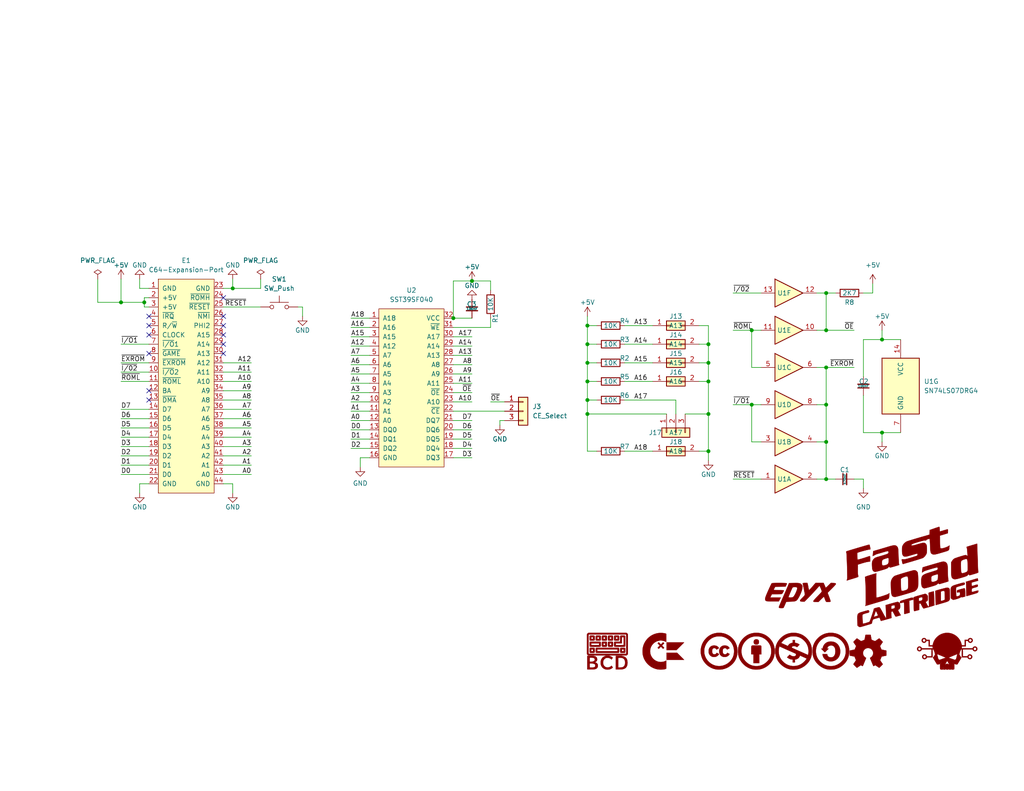
<source format=kicad_sch>
(kicad_sch (version 20211123) (generator eeschema)
  (paper "USLetter")
  (title_block (title "Epyx FastLoad Cartridge") (date "2022-03-03") (rev "1.0") (company "Beaupré Circuit Design"))
  (lib_symbols
    (symbol "74xx:74LS07" (pin_names (offset 1.016))
      (property "Reference" "U" (at 0 1.27 0))
      (property "Value" "74LS07" (at 0 -1.27 0))
      (symbol "74LS07_1_0"
        (pin input line (at -7.62 0 0) (length 3.81) (name "~") (number "1"))
        (pin open_collector line (at 7.62 0 180) (length 3.81) (name "~") (number "2"))
      )
      (symbol "74LS07_2_0"
        (pin input line (at -7.62 0 0) (length 3.81) (name "~") (number "3"))
        (pin open_collector line (at 7.62 0 180) (length 3.81) (name "~") (number "4"))
      )
      (symbol "74LS07_3_0"
        (pin input line (at -7.62 0 0) (length 3.81) (name "~") (number "5"))
        (pin open_collector line (at 7.62 0 180) (length 3.81) (name "~") (number "6"))
      )
      (symbol "74LS07_4_0"
        (pin open_collector line (at 7.62 0 180) (length 3.81) (name "~") (number "8"))
        (pin input line (at -7.62 0 0) (length 3.81) (name "~") (number "9"))
      )
      (symbol "74LS07_5_0"
        (pin open_collector line (at 7.62 0 180) (length 3.81) (name "~") (number "10"))
        (pin input line (at -7.62 0 0) (length 3.81) (name "~") (number "11"))
      )
      (symbol "74LS07_6_0"
        (pin open_collector line (at 7.62 0 180) (length 3.81) (name "~") (number "12"))
        (pin input line (at -7.62 0 0) (length 3.81) (name "~") (number "13"))
      )
      (symbol "74LS07_7_0"
        (pin power_in line (at 0 12.7 270) (length 5.08) (name "VCC") (number "14"))
        (pin power_in line (at 0 -12.7 90) (length 5.08) (name "GND") (number "7"))
      )
    )
    (symbol "BeaupreCircuitDesign:BCD_Logo" (pin_names (offset 1.016)))
    (symbol "BeaupreCircuitDesign:ChickenLips" (pin_names (offset 1.016)))
    (symbol "BeaupreCircuitDesign:OpenSource_Hardware" (pin_names (offset 1.016)))
    (symbol "BeaupreCircuitDesign:Skull" (pin_names (offset 1.016)))
    (symbol "C64-Expansion-Port:C64-Expansion-Port" (pin_names (offset 1.016))
      (property "Reference" "E" (at -6.35 30.48 0))
      (property "Value" "C64-Expansion-Port" (at 0 -30.48 0))
      (symbol "C64-Expansion-Port_1_1"
        (pin power_in line (at -10.16 26.67 0) (length 2.54) (name "GND") (number "1"))
        (pin output line (at -10.16 3.81 0) (length 2.54) (name "~{I/O}2") (number "10"))
        (pin output line (at -10.16 1.27 0) (length 2.54) (name "~{ROML}") (number "11"))
        (pin output line (at -10.16 -1.27 0) (length 2.54) (name "BA") (number "12"))
        (pin input line (at -10.16 -3.81 0) (length 2.54) (name "~{DMA}") (number "13"))
        (pin bidirectional line (at -10.16 -6.35 0) (length 2.54) (name "D7") (number "14"))
        (pin bidirectional line (at -10.16 -8.89 0) (length 2.54) (name "D6") (number "15"))
        (pin bidirectional line (at -10.16 -11.43 0) (length 2.54) (name "D5") (number "16"))
        (pin bidirectional line (at -10.16 -13.97 0) (length 2.54) (name "D4") (number "17"))
        (pin bidirectional line (at -10.16 -16.51 0) (length 2.54) (name "D3") (number "18"))
        (pin bidirectional line (at -10.16 -19.05 0) (length 2.54) (name "D2") (number "19"))
        (pin power_in line (at -10.16 24.13 0) (length 2.54) (name "+5V") (number "2"))
        (pin bidirectional line (at -10.16 -21.59 0) (length 2.54) (name "D1") (number "20"))
        (pin bidirectional line (at -10.16 -24.13 0) (length 2.54) (name "D0") (number "21"))
        (pin power_in line (at -10.16 -26.67 0) (length 2.54) (name "GND") (number "22"))
        (pin power_in line (at 10.16 26.67 180) (length 2.54) (name "GND") (number "23"))
        (pin output line (at 10.16 24.13 180) (length 2.54) (name "~{ROMH}") (number "24"))
        (pin open_collector line (at 10.16 21.59 180) (length 2.54) (name "~{RESET}") (number "25"))
        (pin input line (at 10.16 19.05 180) (length 2.54) (name "~{NMI}") (number "26"))
        (pin output line (at 10.16 16.51 180) (length 2.54) (name "PHI2") (number "27"))
        (pin bidirectional line (at 10.16 13.97 180) (length 2.54) (name "A15") (number "28"))
        (pin bidirectional line (at 10.16 11.43 180) (length 2.54) (name "A14") (number "29"))
        (pin power_in line (at -10.16 21.59 0) (length 2.54) (name "+5V") (number "3"))
        (pin bidirectional line (at 10.16 8.89 180) (length 2.54) (name "A13") (number "30"))
        (pin bidirectional line (at 10.16 6.35 180) (length 2.54) (name "A12") (number "31"))
        (pin bidirectional line (at 10.16 3.81 180) (length 2.54) (name "A11") (number "32"))
        (pin bidirectional line (at 10.16 1.27 180) (length 2.54) (name "A10") (number "33"))
        (pin bidirectional line (at 10.16 -1.27 180) (length 2.54) (name "A9") (number "34"))
        (pin bidirectional line (at 10.16 -3.81 180) (length 2.54) (name "A8") (number "35"))
        (pin bidirectional line (at 10.16 -6.35 180) (length 2.54) (name "A7") (number "36"))
        (pin bidirectional line (at 10.16 -8.89 180) (length 2.54) (name "A6") (number "37"))
        (pin bidirectional line (at 10.16 -11.43 180) (length 2.54) (name "A5") (number "38"))
        (pin bidirectional line (at 10.16 -13.97 180) (length 2.54) (name "A4") (number "39"))
        (pin input line (at -10.16 19.05 0) (length 2.54) (name "~{IRQ}") (number "4"))
        (pin bidirectional line (at 10.16 -16.51 180) (length 2.54) (name "A3") (number "40"))
        (pin bidirectional line (at 10.16 -19.05 180) (length 2.54) (name "A2") (number "41"))
        (pin bidirectional line (at 10.16 -21.59 180) (length 2.54) (name "A1") (number "42"))
        (pin bidirectional line (at 10.16 -24.13 180) (length 2.54) (name "A0") (number "43"))
        (pin power_in line (at 10.16 -26.67 180) (length 2.54) (name "GND") (number "44"))
        (pin output line (at -10.16 16.51 0) (length 2.54) (name "R/~{W}") (number "5"))
        (pin output line (at -10.16 13.97 0) (length 2.54) (name "CLOCK") (number "6"))
        (pin output line (at -10.16 11.43 0) (length 2.54) (name "~{I/O}1") (number "7"))
        (pin input line (at -10.16 8.89 0) (length 2.54) (name "~{GAME}") (number "8"))
        (pin input line (at -10.16 6.35 0) (length 2.54) (name "~{EXROM}") (number "9"))
      )
    )
    (symbol "Connector_Generic:Conn_01x03" (pin_names (offset 1.016) hide)
      (property "Reference" "J" (at 0 5.08 0))
      (property "Value" "Conn_01x03" (at 0 -5.08 0))
      (symbol "Conn_01x03_1_1"
        (pin passive line (at -5.08 2.54 0) (length 3.81) (name "Pin_1") (number "1"))
        (pin passive line (at -5.08 0 0) (length 3.81) (name "Pin_2") (number "2"))
        (pin passive line (at -5.08 -2.54 0) (length 3.81) (name "Pin_3") (number "3"))
      )
    )
    (symbol "Connector_Generic:Conn_02x01" (pin_names (offset 1.016) hide)
      (property "Reference" "J" (at 1.27 2.54 0))
      (property "Value" "Conn_02x01" (at 1.27 -2.54 0))
      (symbol "Conn_02x01_1_1"
        (pin passive line (at -5.08 0 0) (length 3.81) (name "Pin_1") (number "1"))
        (pin passive line (at 7.62 0 180) (length 3.81) (name "Pin_2") (number "2"))
      )
    )
    (symbol "CreativeCommons:CreativeCommons" (pin_names (offset 1.016)))
    (symbol "CreativeCommons:CreativeCommons_Attribution" (pin_names (offset 1.016)))
    (symbol "CreativeCommons:CreativeCommons_NonCommercial" (pin_names (offset 1.016)))
    (symbol "CreativeCommons:CreativeCommons_ShareAlike" (pin_names (offset 1.016)))
    (symbol "Device:C_Small" (pin_numbers hide) (pin_names (offset 0.254) hide)
      (property "Reference" "C" (at 0.254 1.778 0))
      (property "Value" "C_Small" (at 0.254 -2.032 0))
      (symbol "C_Small_1_1"
        (pin passive line (at 0 2.54 270) (length 2.032) (name "~") (number "1"))
        (pin passive line (at 0 -2.54 90) (length 2.032) (name "~") (number "2"))
      )
    )
    (symbol "Device:R" (pin_numbers hide) (pin_names (offset 0))
      (property "Reference" "R" (at 2.032 0 90))
      (property "Value" "R" (at 0 0 90))
      (symbol "R_1_1"
        (pin passive line (at 0 3.81 270) (length 1.27) (name "~") (number "1"))
        (pin passive line (at 0 -3.81 90) (length 1.27) (name "~") (number "2"))
      )
    )
    (symbol "Epyx:Epyx" (pin_names (offset 1.016)))
    (symbol "FastLoad:FastLoad" (pin_names (offset 1.016)))
    (symbol "Microchip_Technology:SST39SF040" (pin_names (offset 1.016))
      (property "Reference" "U" (at 0 0 0))
      (property "Value" "SST39SF040" (at 0 -45.72 0))
      (symbol "SST39SF040_1_1"
        (pin input line (at -11.43 -3.81 0) (length 2.54) (name "A18") (number "1"))
        (pin input line (at -11.43 -26.67 0) (length 2.54) (name "A2") (number "10"))
        (pin input line (at -11.43 -29.21 0) (length 2.54) (name "A1") (number "11"))
        (pin input line (at -11.43 -31.75 0) (length 2.54) (name "A0") (number "12"))
        (pin bidirectional line (at -11.43 -34.29 0) (length 2.54) (name "DQ0") (number "13"))
        (pin bidirectional line (at -11.43 -36.83 0) (length 2.54) (name "DQ1") (number "14"))
        (pin bidirectional line (at -11.43 -39.37 0) (length 2.54) (name "DQ2") (number "15"))
        (pin power_in line (at -11.43 -41.91 0) (length 2.54) (name "GND") (number "16"))
        (pin bidirectional line (at 11.43 -41.91 180) (length 2.54) (name "DQ3") (number "17"))
        (pin bidirectional line (at 11.43 -39.37 180) (length 2.54) (name "DQ4") (number "18"))
        (pin bidirectional line (at 11.43 -36.83 180) (length 2.54) (name "DQ5") (number "19"))
        (pin input line (at -11.43 -6.35 0) (length 2.54) (name "A16") (number "2"))
        (pin bidirectional line (at 11.43 -34.29 180) (length 2.54) (name "DQ6") (number "20"))
        (pin bidirectional line (at 11.43 -31.75 180) (length 2.54) (name "DQ7") (number "21"))
        (pin input line (at 11.43 -29.21 180) (length 2.54) (name "~{CE}") (number "22"))
        (pin input line (at 11.43 -26.67 180) (length 2.54) (name "A10") (number "23"))
        (pin input line (at 11.43 -24.13 180) (length 2.54) (name "~{OE}") (number "24"))
        (pin input line (at 11.43 -21.59 180) (length 2.54) (name "A11") (number "25"))
        (pin input line (at 11.43 -19.05 180) (length 2.54) (name "A9") (number "26"))
        (pin input line (at 11.43 -16.51 180) (length 2.54) (name "A8") (number "27"))
        (pin input line (at 11.43 -13.97 180) (length 2.54) (name "A13") (number "28"))
        (pin input line (at 11.43 -11.43 180) (length 2.54) (name "A14") (number "29"))
        (pin input line (at -11.43 -8.89 0) (length 2.54) (name "A15") (number "3"))
        (pin input line (at 11.43 -8.89 180) (length 2.54) (name "A17") (number "30"))
        (pin input line (at 11.43 -6.35 180) (length 2.54) (name "~{WE}") (number "31"))
        (pin power_in line (at 11.43 -3.81 180) (length 2.54) (name "VCC") (number "32"))
        (pin input line (at -11.43 -11.43 0) (length 2.54) (name "A12") (number "4"))
        (pin input line (at -11.43 -13.97 0) (length 2.54) (name "A7") (number "5"))
        (pin input line (at -11.43 -16.51 0) (length 2.54) (name "A6") (number "6"))
        (pin input line (at -11.43 -19.05 0) (length 2.54) (name "A5") (number "7"))
        (pin input line (at -11.43 -21.59 0) (length 2.54) (name "A4") (number "8"))
        (pin input line (at -11.43 -24.13 0) (length 2.54) (name "A3") (number "9"))
      )
    )
    (symbol "Switch:SW_Push" (pin_numbers hide) (pin_names (offset 1.016) hide)
      (property "Reference" "SW" (at 1.27 2.54 0))
      (property "Value" "SW_Push" (at 0 -1.524 0))
      (symbol "SW_Push_0_1"
        (pin passive line (at -5.08 0 0) (length 2.54) (name "1") (number "1"))
        (pin passive line (at 5.08 0 180) (length 2.54) (name "2") (number "2"))
      )
    )
    (symbol "power:+5V" (power) (pin_names (offset 0))
      (property "Value" "+5V" (at 0 3.556 0))
      (symbol "+5V_1_1"
        (pin power_in line (at 0 0 90) (length 0) hide (name "+5V") (number "1"))
      )
    )
    (symbol "power:GND" (power) (pin_names (offset 0))
      (property "Value" "GND" (at 0 -3.81 0))
      (symbol "GND_1_1"
        (pin power_in line (at 0 0 270) (length 0) hide (name "GND") (number "1"))
      )
    )
    (symbol "power:PWR_FLAG" (power) (pin_numbers hide) (pin_names (offset 0) hide)
      (property "Value" "PWR_FLAG" (at 0 3.81 0))
      (symbol "PWR_FLAG_0_0"
        (pin power_out line (at 0 0 90) (length 0) (name "pwr") (number "1"))
      )
    )
  )
  (junction (at 33.02 82.55))
  (junction (at 225.425 130.81))
  (junction (at 225.425 120.65))
  (junction (at 193.294 104.14))
  (junction (at 193.294 99.06))
  (junction (at 225.425 90.17))
  (junction (at 225.425 110.49))
  (junction (at 160.274 109.22))
  (junction (at 193.294 113.03))
  (junction (at 225.425 100.33))
  (junction (at 240.665 118.11))
  (junction (at 160.274 88.9))
  (junction (at 240.665 92.71))
  (junction (at 205.105 110.49))
  (junction (at 160.274 113.03))
  (junction (at 160.274 99.06))
  (junction (at 63.5 78.74))
  (junction (at 123.698 86.868))
  (junction (at 39.37 82.55))
  (junction (at 128.778 76.708))
  (junction (at 193.294 93.98))
  (junction (at 205.105 90.17))
  (junction (at 193.294 123.19))
  (junction (at 225.425 80.01))
  (junction (at 160.274 93.98))
  (junction (at 160.274 104.14))
  (no_connect (at 40.64 88.9))
  (no_connect (at 40.64 109.22))
  (no_connect (at 40.64 106.68))
  (no_connect (at 40.64 91.44))
  (no_connect (at 60.96 91.44))
  (no_connect (at 40.64 86.36))
  (no_connect (at 60.96 86.36))
  (no_connect (at 60.96 81.28))
  (no_connect (at 60.96 88.9))
  (no_connect (at 40.64 96.52))
  (no_connect (at 60.96 96.52))
  (no_connect (at 60.96 93.98))
  (wire (pts (xy 60.96 132.08) (xy 63.5 132.08)))
  (wire (pts (xy 38.1 132.08) (xy 40.64 132.08)))
  (wire (pts (xy 60.96 114.3) (xy 68.58 114.3)))
  (wire (pts (xy 170.434 109.22) (xy 184.404 109.22)))
  (wire (pts (xy 200.025 110.49) (xy 205.105 110.49)))
  (wire (pts (xy 233.045 130.81) (xy 235.585 130.81)))
  (wire (pts (xy 123.698 119.888) (xy 128.778 119.888)))
  (wire (pts (xy 123.698 117.348) (xy 128.778 117.348)))
  (wire (pts (xy 63.5 76.2) (xy 63.5 78.74)))
  (wire (pts (xy 170.434 123.19) (xy 178.054 123.19)))
  (wire (pts (xy 60.96 101.6) (xy 68.58 101.6)))
  (wire (pts (xy 160.274 86.36) (xy 160.274 88.9)))
  (wire (pts (xy 136.398 114.808) (xy 136.398 116.078)))
  (wire (pts (xy 170.434 93.98) (xy 178.054 93.98)))
  (wire (pts (xy 60.96 121.92) (xy 68.58 121.92)))
  (wire (pts (xy 184.404 109.22) (xy 184.404 113.03)))
  (wire (pts (xy 193.294 113.03) (xy 193.294 123.19)))
  (wire (pts (xy 160.274 113.03) (xy 160.274 109.22)))
  (wire (pts (xy 60.96 119.38) (xy 68.58 119.38)))
  (wire (pts (xy 133.858 86.868) (xy 133.858 89.408)))
  (wire (pts (xy 123.698 99.568) (xy 128.778 99.568)))
  (wire (pts (xy 98.298 124.968) (xy 100.838 124.968)))
  (wire (pts (xy 222.885 100.33) (xy 225.425 100.33)))
  (wire (pts (xy 225.425 80.01) (xy 225.425 90.17)))
  (wire (pts (xy 190.754 88.9) (xy 193.294 88.9)))
  (wire (pts (xy 123.698 104.648) (xy 128.778 104.648)))
  (wire (pts (xy 63.5 134.62) (xy 63.5 132.08)))
  (wire (pts (xy 162.814 93.98) (xy 160.274 93.98)))
  (wire (pts (xy 95.758 119.888) (xy 100.838 119.888)))
  (wire (pts (xy 193.294 99.06) (xy 193.294 104.14)))
  (wire (pts (xy 60.96 124.46) (xy 68.58 124.46)))
  (wire (pts (xy 39.37 82.55) (xy 33.02 82.55)))
  (wire (pts (xy 95.758 122.428) (xy 100.838 122.428)))
  (wire (pts (xy 95.758 102.108) (xy 100.838 102.108)))
  (wire (pts (xy 95.758 107.188) (xy 100.838 107.188)))
  (wire (pts (xy 33.02 116.84) (xy 40.64 116.84)))
  (wire (pts (xy 33.02 127) (xy 40.64 127)))
  (wire (pts (xy 81.28 83.82) (xy 82.55 83.82)))
  (wire (pts (xy 33.02 82.55) (xy 26.67 82.55)))
  (wire (pts (xy 162.814 123.19) (xy 160.274 123.19)))
  (wire (pts (xy 95.758 112.268) (xy 100.838 112.268)))
  (wire (pts (xy 225.425 100.33) (xy 225.425 110.49)))
  (wire (pts (xy 123.698 86.868) (xy 128.778 86.868)))
  (wire (pts (xy 60.96 78.74) (xy 63.5 78.74)))
  (wire (pts (xy 95.758 104.648) (xy 100.838 104.648)))
  (wire (pts (xy 162.814 88.9) (xy 160.274 88.9)))
  (wire (pts (xy 186.944 113.03) (xy 193.294 113.03)))
  (wire (pts (xy 82.55 83.82) (xy 82.55 86.36)))
  (wire (pts (xy 95.758 86.868) (xy 100.838 86.868)))
  (wire (pts (xy 33.02 124.46) (xy 40.64 124.46)))
  (wire (pts (xy 190.754 123.19) (xy 193.294 123.19)))
  (wire (pts (xy 123.698 122.428) (xy 128.778 122.428)))
  (wire (pts (xy 33.02 121.92) (xy 40.64 121.92)))
  (wire (pts (xy 60.96 109.22) (xy 68.58 109.22)))
  (wire (pts (xy 235.585 118.11) (xy 240.665 118.11)))
  (wire (pts (xy 123.698 94.488) (xy 128.778 94.488)))
  (wire (pts (xy 133.858 76.708) (xy 133.858 79.248)))
  (wire (pts (xy 170.434 104.14) (xy 178.054 104.14)))
  (wire (pts (xy 95.758 91.948) (xy 100.838 91.948)))
  (wire (pts (xy 235.585 130.81) (xy 235.585 133.35)))
  (wire (pts (xy 190.754 99.06) (xy 193.294 99.06)))
  (wire (pts (xy 33.02 104.14) (xy 40.64 104.14)))
  (wire (pts (xy 95.758 114.808) (xy 100.838 114.808)))
  (wire (pts (xy 95.758 99.568) (xy 100.838 99.568)))
  (wire (pts (xy 95.758 97.028) (xy 100.838 97.028)))
  (wire (pts (xy 160.274 88.9) (xy 160.274 93.98)))
  (wire (pts (xy 240.665 90.17) (xy 240.665 92.71)))
  (wire (pts (xy 207.645 100.33) (xy 205.105 100.33)))
  (wire (pts (xy 123.698 109.728) (xy 128.778 109.728)))
  (wire (pts (xy 222.885 130.81) (xy 225.425 130.81)))
  (wire (pts (xy 33.02 93.98) (xy 40.64 93.98)))
  (wire (pts (xy 33.02 82.55) (xy 33.02 76.2)))
  (wire (pts (xy 98.298 127.508) (xy 98.298 124.968)))
  (wire (pts (xy 123.698 114.808) (xy 128.778 114.808)))
  (wire (pts (xy 225.425 90.17) (xy 233.045 90.17)))
  (wire (pts (xy 162.814 99.06) (xy 160.274 99.06)))
  (wire (pts (xy 60.96 106.68) (xy 68.58 106.68)))
  (wire (pts (xy 33.02 99.06) (xy 40.64 99.06)))
  (wire (pts (xy 33.02 129.54) (xy 40.64 129.54)))
  (wire (pts (xy 133.858 109.728) (xy 137.668 109.728)))
  (wire (pts (xy 40.64 78.74) (xy 38.1 78.74)))
  (wire (pts (xy 123.698 97.028) (xy 128.778 97.028)))
  (wire (pts (xy 123.698 89.408) (xy 133.858 89.408)))
  (wire (pts (xy 128.778 76.708) (xy 133.858 76.708)))
  (wire (pts (xy 60.96 127) (xy 68.58 127)))
  (wire (pts (xy 207.645 120.65) (xy 205.105 120.65)))
  (wire (pts (xy 160.274 99.06) (xy 160.274 104.14)))
  (wire (pts (xy 225.425 100.33) (xy 233.045 100.33)))
  (wire (pts (xy 205.105 100.33) (xy 205.105 90.17)))
  (wire (pts (xy 240.665 118.11) (xy 240.665 120.65)))
  (wire (pts (xy 170.434 99.06) (xy 178.054 99.06)))
  (wire (pts (xy 240.665 118.11) (xy 245.745 118.11)))
  (wire (pts (xy 205.105 90.17) (xy 207.645 90.17)))
  (wire (pts (xy 193.294 104.14) (xy 193.294 113.03)))
  (wire (pts (xy 235.585 92.71) (xy 235.585 102.87)))
  (wire (pts (xy 235.585 92.71) (xy 240.665 92.71)))
  (wire (pts (xy 39.37 83.82) (xy 39.37 82.55)))
  (wire (pts (xy 193.294 93.98) (xy 193.294 99.06)))
  (wire (pts (xy 235.585 107.95) (xy 235.585 118.11)))
  (wire (pts (xy 95.758 109.728) (xy 100.838 109.728)))
  (wire (pts (xy 200.025 80.01) (xy 207.645 80.01)))
  (wire (pts (xy 123.698 86.868) (xy 123.698 76.708)))
  (wire (pts (xy 238.125 77.47) (xy 238.125 80.01)))
  (wire (pts (xy 181.864 113.03) (xy 160.274 113.03)))
  (wire (pts (xy 33.02 114.3) (xy 40.64 114.3)))
  (wire (pts (xy 39.37 81.28) (xy 40.64 81.28)))
  (wire (pts (xy 39.37 82.55) (xy 39.37 81.28)))
  (wire (pts (xy 222.885 120.65) (xy 225.425 120.65)))
  (wire (pts (xy 63.5 78.74) (xy 71.12 78.74)))
  (wire (pts (xy 225.425 110.49) (xy 225.425 120.65)))
  (wire (pts (xy 160.274 104.14) (xy 160.274 109.22)))
  (wire (pts (xy 123.698 124.968) (xy 128.778 124.968)))
  (wire (pts (xy 200.025 90.17) (xy 205.105 90.17)))
  (wire (pts (xy 162.814 109.22) (xy 160.274 109.22)))
  (wire (pts (xy 222.885 90.17) (xy 225.425 90.17)))
  (wire (pts (xy 60.96 129.54) (xy 68.58 129.54)))
  (wire (pts (xy 205.105 120.65) (xy 205.105 110.49)))
  (wire (pts (xy 225.425 80.01) (xy 227.965 80.01)))
  (wire (pts (xy 200.025 130.81) (xy 207.645 130.81)))
  (wire (pts (xy 60.96 99.06) (xy 68.58 99.06)))
  (wire (pts (xy 33.02 119.38) (xy 40.64 119.38)))
  (wire (pts (xy 235.585 80.01) (xy 238.125 80.01)))
  (wire (pts (xy 193.294 88.9) (xy 193.294 93.98)))
  (wire (pts (xy 123.698 102.108) (xy 128.778 102.108)))
  (wire (pts (xy 193.294 123.19) (xy 193.294 125.73)))
  (wire (pts (xy 137.668 114.808) (xy 136.398 114.808)))
  (wire (pts (xy 33.02 101.6) (xy 40.64 101.6)))
  (wire (pts (xy 60.96 104.14) (xy 68.58 104.14)))
  (wire (pts (xy 123.698 107.188) (xy 128.778 107.188)))
  (wire (pts (xy 71.12 78.74) (xy 71.12 76.2)))
  (wire (pts (xy 123.698 76.708) (xy 128.778 76.708)))
  (wire (pts (xy 26.67 82.55) (xy 26.67 76.2)))
  (wire (pts (xy 225.425 130.81) (xy 225.425 120.65)))
  (wire (pts (xy 222.885 110.49) (xy 225.425 110.49)))
  (wire (pts (xy 225.425 130.81) (xy 227.965 130.81)))
  (wire (pts (xy 60.96 83.82) (xy 71.12 83.82)))
  (wire (pts (xy 38.1 76.2) (xy 38.1 78.74)))
  (wire (pts (xy 123.698 112.268) (xy 137.668 112.268)))
  (wire (pts (xy 205.105 110.49) (xy 207.645 110.49)))
  (wire (pts (xy 33.02 111.76) (xy 40.64 111.76)))
  (wire (pts (xy 95.758 89.408) (xy 100.838 89.408)))
  (wire (pts (xy 240.665 92.71) (xy 245.745 92.71)))
  (wire (pts (xy 160.274 123.19) (xy 160.274 113.03)))
  (wire (pts (xy 40.64 83.82) (xy 39.37 83.82)))
  (wire (pts (xy 95.758 117.348) (xy 100.838 117.348)))
  (wire (pts (xy 190.754 104.14) (xy 193.294 104.14)))
  (wire (pts (xy 222.885 80.01) (xy 225.425 80.01)))
  (wire (pts (xy 162.814 104.14) (xy 160.274 104.14)))
  (wire (pts (xy 95.758 94.488) (xy 100.838 94.488)))
  (wire (pts (xy 123.698 91.948) (xy 128.778 91.948)))
  (wire (pts (xy 60.96 116.84) (xy 68.58 116.84)))
  (wire (pts (xy 170.434 88.9) (xy 178.054 88.9)))
  (wire (pts (xy 160.274 99.06) (xy 160.274 93.98)))
  (wire (pts (xy 38.1 134.62) (xy 38.1 132.08)))
  (wire (pts (xy 60.96 111.76) (xy 68.58 111.76)))
  (wire (pts (xy 190.754 93.98) (xy 193.294 93.98)))
  (label "A7" (at 95.758 97.028 0))
  (label "D7" (at 33.02 111.76 0))
  (label "A12" (at 68.58 99.06 180))
  (label "A4" (at 95.758 104.648 0))
  (label "A2" (at 95.758 109.728 0))
  (label "D7" (at 128.778 114.808 180))
  (label "A1" (at 68.58 127 180))
  (label "D0" (at 33.02 129.54 0))
  (label "A5" (at 68.58 116.84 180))
  (label "A16" (at 95.758 89.408 0))
  (label "D2" (at 95.758 122.428 0))
  (label "A1" (at 95.758 112.268 0))
  (label "D6" (at 128.778 117.348 180))
  (label "D5" (at 128.778 119.888 180))
  (label "A15" (at 95.758 91.948 0))
  (label "A4" (at 68.58 119.38 180))
  (label "A11" (at 128.778 104.648 180))
  (label "A17" (at 128.778 91.948 180))
  (label "A3" (at 68.58 121.92 180))
  (label "~{I{slash}02}" (at 200.025 80.01 0))
  (label "A7" (at 68.58 111.76 180))
  (label "D0" (at 95.758 117.348 0))
  (label "A6" (at 68.58 114.3 180))
  (label "A10" (at 128.778 109.728 180))
  (label "~{ROML}" (at 200.025 90.17 0))
  (label "A8" (at 128.778 99.568 180))
  (label "D1" (at 33.02 127 0))
  (label "~{RESET}" (at 67.31 83.82 180))
  (label "A13" (at 128.778 97.028 180))
  (label "A10" (at 68.58 104.14 180))
  (label "A16" (at 172.974 104.14 0))
  (label "A18" (at 95.758 86.868 0))
  (label "~{OE}" (at 133.858 109.728 0))
  (label "A14" (at 172.974 93.98 0))
  (label "A8" (at 68.58 109.22 180))
  (label "D5" (at 33.02 116.84 0))
  (label "D2" (at 33.02 124.46 0))
  (label "D3" (at 128.778 124.968 180))
  (label "D4" (at 33.02 119.38 0))
  (label "A12" (at 95.758 94.488 0))
  (label "A14" (at 128.778 94.488 180))
  (label "D3" (at 33.02 121.92 0))
  (label "~{OE}" (at 233.045 90.17 180))
  (label "A17" (at 172.974 109.22 0))
  (label "A15" (at 172.974 99.06 0))
  (label "A9" (at 68.58 106.68 180))
  (label "D4" (at 128.778 122.428 180))
  (label "A13" (at 172.974 88.9 0))
  (label "A6" (at 95.758 99.568 0))
  (label "~{OE}" (at 128.778 107.188 180))
  (label "A11" (at 68.58 101.6 180))
  (label "~{I{slash}O1}" (at 200.025 110.49 0))
  (label "A0" (at 95.758 114.808 0))
  (label "D1" (at 95.758 119.888 0))
  (label "~{RESET}" (at 200.025 130.81 0))
  (label "A5" (at 95.758 102.108 0))
  (label "A18" (at 172.974 123.19 0))
  (label "A2" (at 68.58 124.46 180))
  (label "~{I{slash}02}" (at 33.02 101.6 0))
  (label "~{ROML}" (at 33.02 104.14 0))
  (label "A9" (at 128.778 102.108 180))
  (label "~{EXROM}" (at 233.045 100.33 180))
  (label "~{I{slash}O1}" (at 33.02 93.98 0))
  (label "A0" (at 68.58 129.54 180))
  (label "A3" (at 95.758 107.188 0))
  (label "~{EXROM}" (at 33.02 99.06 0))
  (label "D6" (at 33.02 114.3 0))
  (symbol (lib_id "power:+5V") (at 240.665 90.17 0) (unit 1)
    (property "Reference" "#PWR0101" (effects hide))
    (property "Value" "+5V" (at 240.665 86.36 0))
  )
  (symbol (lib_id "Device:C_Small") (at 230.505 130.81 90) (unit 1)
    (property "Reference" "C1" (at 230.505 128.27 90))
    (property "Value" "470nF" (at 230.505 130.81 0) (effects (font (size 0.635 0.635))))
    (property "Footprint" "Capacitor_THT:C_Disc_D5.0mm_W2.5mm_P5.00mm" (effects hide))
    (property "Datasheet" "https://datasheet.lcsc.com/lcsc/1810251812_Samsung-Electro-Mechanics-CL21B474KBFNNNE_C13967.pdf" (effects hide))
    (property "Manufacturer" "Samsung Electro-Mechanics" (effects hide))
    (property "MFR.Part #" "CL21B474KBFNNNE" (effects hide))
    (property "JLCPCB Part #" "C13967" (effects hide))
  )
  (symbol (lib_id "Device:R") (at 166.624 99.06 90) (unit 1)
    (property "Reference" "R2" (at 170.434 97.79 90))
    (property "Value" "10K" (at 166.624 99.06 90))
    (property "Footprint" "Resistor_THT:R_Axial_DIN0207_L6.3mm_D2.5mm_P2.54mm_Vertical" (effects hide))
    (property "Datasheet" "https://datasheet.lcsc.com/lcsc/1811031130_YAGEO-AC0805FR-0710KL_C140868.pdf" (effects hide))
    (property "Manufacturer" "YAGEO" (effects hide))
    (property "MFR.Part #" "AC0805FR-0710KL" (effects hide))
    (property "JLCPCB Part #" "C140868" (effects hide))
  )
  (symbol (lib_id "74xx:74LS07") (at 215.265 90.17 0) (unit 5)
    (property "Reference" "U1" (at 213.995 90.17 0))
    (property "Value" "SN74LS07DRG4" (effects hide))
    (property "Footprint" "Package_DIP:DIP-14_W7.62mm" (effects hide))
    (property "Datasheet" "https://datasheet.lcsc.com/lcsc/1809051417_Texas-Instruments-SN74LS07DRG4_C6801.pdf" (effects hide))
  )
  (symbol (lib_id "74xx:74LS07") (at 215.265 110.49 0) (unit 4)
    (property "Reference" "U1" (at 213.995 110.49 0))
    (property "Value" "SN74LS07DRG4" (effects hide))
    (property "Footprint" "Package_DIP:DIP-14_W7.62mm" (effects hide))
    (property "Datasheet" "https://datasheet.lcsc.com/lcsc/1809051417_Texas-Instruments-SN74LS07DRG4_C6801.pdf" (effects hide))
  )
  (symbol (lib_id "74xx:74LS07") (at 215.265 120.65 0) (unit 2)
    (property "Reference" "U1" (at 213.995 120.65 0))
    (property "Value" "SN74LS07DRG4" (effects hide))
    (property "Footprint" "Package_DIP:DIP-14_W7.62mm" (effects hide))
    (property "Datasheet" "https://datasheet.lcsc.com/lcsc/1809051417_Texas-Instruments-SN74LS07DRG4_C6801.pdf" (effects hide))
  )
  (symbol (lib_id "Microchip_Technology:SST39SF040") (at 112.268 83.058 0) (unit 1)
    (property "Reference" "U2" (at 112.268 79.248 0))
    (property "Value" "SST39SF040" (at 112.268 81.788 0))
    (property "Footprint" "Package_DIP:DIP-32_W15.24mm_Socket" (effects hide))
    (property "Datasheet" "https://ww1.microchip.com/downloads/en/DeviceDoc/20005022C.pdf" (effects hide))
  )
  (symbol (lib_id "power:GND") (at 240.665 120.65 0) (unit 1)
    (property "Reference" "#PWR0102" (effects hide))
    (property "Value" "GND" (at 240.665 124.46 0))
  )
  (symbol (lib_id "Epyx:Epyx") (at 218.44 162.56 0) (unit 1)
    (property "Reference" "G9" (effects hide))
    (property "Value" "Epyx" (effects hide))
    (property "Footprint" "Epyx:Epyx-xsmall" (effects hide))
  )
  (symbol (lib_id "power:GND") (at 82.55 86.36 0) (unit 1)
    (property "Reference" "#PWR013" (effects hide))
    (property "Value" "GND" (at 82.55 90.17 0))
  )
  (symbol (lib_id "Connector_Generic:Conn_02x01") (at 183.134 88.9 0) (mirror x) (unit 1)
    (property "Reference" "J13" (at 184.404 86.36 0))
    (property "Value" "A13" (at 184.404 88.9 0))
    (property "Footprint" "Connector_PinHeader_2.54mm:PinHeader_1x02_P2.54mm_Vertical" (effects hide))
  )
  (symbol (lib_id "BeaupreCircuitDesign:ChickenLips") (at 180.975 177.8 0) (unit 1)
    (property "Reference" "G2" (effects hide))
    (property "Value" "ChickenLips" (effects hide))
    (property "Footprint" "BeaupreCircuitDesign:ChickenLips_5mm" (effects hide))
  )
  (symbol (lib_id "power:+5V") (at 160.274 86.36 0) (unit 1)
    (property "Reference" "#PWR012" (effects hide))
    (property "Value" "+5V" (at 160.274 82.55 0))
  )
  (symbol (lib_id "Connector_Generic:Conn_01x03") (at 142.748 112.268 0) (unit 1)
    (property "Reference" "J3" (at 145.288 110.9979 0) (effects (justify left)))
    (property "Value" "CE_Select" (at 145.288 113.5379 0) (effects (justify left)))
    (property "Footprint" "Connector_PinHeader_2.54mm:PinHeader_1x03_P2.54mm_Vertical" (effects hide))
  )
  (symbol (lib_id "power:+5V") (at 238.125 77.47 0) (unit 1)
    (property "Reference" "#PWR07" (effects hide))
    (property "Value" "+5V" (at 238.125 72.39 0))
  )
  (symbol (lib_id "CreativeCommons:CreativeCommons_NonCommercial") (at 216.535 177.8 0) (unit 1)
    (property "Reference" "G5" (effects hide))
    (property "Value" "CreativeCommons_NonCommercial" (effects hide))
    (property "Footprint" "Creative_Common:CreativeCommons_NonCommercial_5mm" (effects hide))
  )
  (symbol (lib_id "Device:C_Small") (at 128.778 84.328 0) (unit 1)
    (property "Reference" "C3" (at 130.048 83.058 0) (effects (justify right)))
    (property "Value" "100nF" (at 128.778 84.328 0) (effects (font (size 0.635 0.635))))
    (property "Footprint" "Capacitor_THT:C_Disc_D5.0mm_W2.5mm_P5.00mm" (effects hide))
    (property "Datasheet" "https://datasheet.lcsc.com/lcsc/2011131033_Samsung-Electro-Mechanics-CL21B104KBFNNNE_C136621.pdf" (effects hide))
    (property "Manufacturer" "Samsung Electro-Mechanics" (effects hide))
    (property "MFR.Part #" "CL21B104KBFNNNE" (effects hide))
    (property "JLCPCB Part #" "C136621" (effects hide))
  )
  (symbol (lib_id "CreativeCommons:CreativeCommons") (at 196.215 177.8 0) (unit 1)
    (property "Reference" "G3" (effects hide))
    (property "Value" "CreativeCommons" (effects hide))
    (property "Footprint" "Creative_Common:CreativeCommons_5mm" (effects hide))
  )
  (symbol (lib_id "Connector_Generic:Conn_02x01") (at 183.134 99.06 0) (mirror x) (unit 1)
    (property "Reference" "J15" (at 184.404 96.52 0))
    (property "Value" "A15" (at 184.404 99.06 0))
    (property "Footprint" "Connector_PinHeader_2.54mm:PinHeader_1x02_P2.54mm_Vertical" (effects hide))
  )
  (symbol (lib_id "power:GND") (at 38.1 76.2 180) (unit 1)
    (property "Reference" "#PWR02" (effects hide))
    (property "Value" "GND" (at 38.1 72.39 0))
  )
  (symbol (lib_id "Device:R") (at 166.624 123.19 90) (unit 1)
    (property "Reference" "R7" (at 170.434 121.92 90))
    (property "Value" "10K" (at 166.624 123.19 90))
    (property "Footprint" "Resistor_THT:R_Axial_DIN0207_L6.3mm_D2.5mm_P2.54mm_Vertical" (effects hide))
    (property "Datasheet" "https://datasheet.lcsc.com/lcsc/1811031130_YAGEO-AC0805FR-0710KL_C140868.pdf" (effects hide))
    (property "Manufacturer" "YAGEO" (effects hide))
    (property "MFR.Part #" "AC0805FR-0710KL" (effects hide))
    (property "JLCPCB Part #" "C140868" (effects hide))
  )
  (symbol (lib_id "power:GND") (at 193.294 125.73 0) (unit 1)
    (property "Reference" "#PWR014" (effects hide))
    (property "Value" "GND" (at 193.294 129.54 0))
  )
  (symbol (lib_id "power:GND") (at 98.298 127.508 0) (unit 1)
    (property "Reference" "#PWR08" (effects hide))
    (property "Value" "GND" (at 98.298 131.953 0))
  )
  (symbol (lib_id "BeaupreCircuitDesign:Skull") (at 258.445 177.8 0) (unit 1)
    (property "Reference" "G8" (effects hide))
    (property "Value" "Skull" (effects hide))
    (property "Footprint" "BeaupreCircuitDesign:Skull_5mm" (effects hide))
  )
  (symbol (lib_id "power:GND") (at 63.5 134.62 0) (unit 1)
    (property "Reference" "#PWR05" (effects hide))
    (property "Value" "GND" (at 63.5 138.43 0))
  )
  (symbol (lib_id "power:GND") (at 235.585 133.35 0) (unit 1)
    (property "Reference" "#PWR06" (effects hide))
    (property "Value" "GND" (at 235.585 138.43 0))
  )
  (symbol (lib_id "Switch:SW_Push") (at 76.2 83.82 0) (unit 1)
    (property "Reference" "SW1" (at 76.2 76.2 0))
    (property "Value" "SW_Push" (at 76.2 78.74 0))
    (property "Footprint" "Button_Switch_THT:SW_PUSH_6mm_H4.3mm" (effects hide))
  )
  (symbol (lib_id "power:GND") (at 136.398 116.078 0) (unit 1)
    (property "Reference" "#PWR011" (effects hide))
    (property "Value" "GND" (at 136.398 119.888 0))
  )
  (symbol (lib_id "power:+5V") (at 128.778 76.708 0) (unit 1)
    (property "Reference" "#PWR09" (effects hide))
    (property "Value" "+5V" (at 128.778 72.898 0))
  )
  (symbol (lib_id "Connector_Generic:Conn_01x03") (at 184.404 118.11 90) (mirror x) (unit 1)
    (property "Reference" "J17" (at 180.594 118.11 90) (effects (justify left)))
    (property "Value" "A17" (at 184.404 118.11 90))
    (property "Footprint" "Connector_PinHeader_2.54mm:PinHeader_1x03_P2.54mm_Vertical" (effects hide))
  )
  (symbol (lib_id "Connector_Generic:Conn_02x01") (at 183.134 104.14 0) (mirror x) (unit 1)
    (property "Reference" "J16" (at 184.404 101.6 0))
    (property "Value" "A16" (at 184.404 104.14 0))
    (property "Footprint" "Connector_PinHeader_2.54mm:PinHeader_1x02_P2.54mm_Vertical" (effects hide))
  )
  (symbol (lib_id "power:GND") (at 128.778 81.788 180) (unit 1)
    (property "Reference" "#PWR010" (effects hide))
    (property "Value" "GND" (at 128.778 77.978 0))
  )
  (symbol (lib_id "74xx:74LS07") (at 215.265 100.33 0) (unit 3)
    (property "Reference" "U1" (at 213.995 100.33 0))
    (property "Value" "SN74LS07DRG4" (effects hide))
    (property "Footprint" "Package_DIP:DIP-14_W7.62mm" (effects hide))
    (property "Datasheet" "https://datasheet.lcsc.com/lcsc/1809051417_Texas-Instruments-SN74LS07DRG4_C6801.pdf" (effects hide))
  )
  (symbol (lib_id "Connector_Generic:Conn_02x01") (at 183.134 93.98 0) (mirror x) (unit 1)
    (property "Reference" "J14" (at 184.404 91.44 0))
    (property "Value" "A14" (at 184.404 93.98 0))
    (property "Footprint" "Connector_PinHeader_2.54mm:PinHeader_1x02_P2.54mm_Vertical" (effects hide))
  )
  (symbol (lib_id "power:+5V") (at 33.02 76.2 0) (unit 1)
    (property "Reference" "#PWR01" (effects hide))
    (property "Value" "+5V" (at 33.02 72.39 0))
  )
  (symbol (lib_id "Device:R") (at 166.624 109.22 90) (unit 1)
    (property "Reference" "R6" (at 170.434 107.95 90))
    (property "Value" "10K" (at 166.624 109.22 90))
    (property "Footprint" "Resistor_THT:R_Axial_DIN0207_L6.3mm_D2.5mm_P2.54mm_Vertical" (effects hide))
    (property "Datasheet" "https://datasheet.lcsc.com/lcsc/1811031130_YAGEO-AC0805FR-0710KL_C140868.pdf" (effects hide))
    (property "Manufacturer" "YAGEO" (effects hide))
    (property "MFR.Part #" "AC0805FR-0710KL" (effects hide))
    (property "JLCPCB Part #" "C140868" (effects hide))
  )
  (symbol (lib_id "power:GND") (at 38.1 134.62 0) (unit 1)
    (property "Reference" "#PWR03" (effects hide))
    (property "Value" "GND" (at 38.1 138.43 0))
  )
  (symbol (lib_id "BeaupreCircuitDesign:BCD_Logo") (at 165.735 177.8 0) (unit 1)
    (property "Reference" "G1" (effects hide))
    (property "Value" "BCD_Logo" (effects hide))
    (property "Footprint" "BeaupreCircuitDesign:BCD_Logo_5mm" (effects hide))
  )
  (symbol (lib_id "CreativeCommons:CreativeCommons_Attribution") (at 206.375 177.8 0) (unit 1)
    (property "Reference" "G4" (effects hide))
    (property "Value" "CreativeCommons_Attribution" (effects hide))
    (property "Footprint" "Creative_Common:CreativeCommons_Attribution_5mm" (effects hide))
  )
  (symbol (lib_id "Device:R") (at 166.624 88.9 90) (unit 1)
    (property "Reference" "R4" (at 170.434 87.63 90))
    (property "Value" "10K" (at 166.624 88.9 90))
    (property "Footprint" "Resistor_THT:R_Axial_DIN0207_L6.3mm_D2.5mm_P2.54mm_Vertical" (effects hide))
    (property "Datasheet" "https://datasheet.lcsc.com/lcsc/1811031130_YAGEO-AC0805FR-0710KL_C140868.pdf" (effects hide))
    (property "Manufacturer" "YAGEO" (effects hide))
    (property "MFR.Part #" "AC0805FR-0710KL" (effects hide))
    (property "JLCPCB Part #" "C140868" (effects hide))
  )
  (symbol (lib_id "power:PWR_FLAG") (at 26.67 76.2 0) (unit 1)
    (property "Reference" "#FLG0102" (effects hide))
    (property "Value" "PWR_FLAG" (at 26.67 71.12 0))
  )
  (symbol (lib_id "74xx:74LS07") (at 215.265 130.81 0) (unit 1)
    (property "Reference" "U1" (at 213.995 130.81 0))
    (property "Value" "SN74LS07DRG4" (effects hide))
    (property "Footprint" "Package_DIP:DIP-14_W7.62mm" (effects hide))
    (property "Datasheet" "https://datasheet.lcsc.com/lcsc/1809051417_Texas-Instruments-SN74LS07DRG4_C6801.pdf" (effects hide))
  )
  (symbol (lib_id "Connector_Generic:Conn_02x01") (at 183.134 123.19 0) (mirror x) (unit 1)
    (property "Reference" "J18" (at 184.404 120.65 0))
    (property "Value" "A18" (at 184.404 123.19 0))
    (property "Footprint" "Connector_PinHeader_2.54mm:PinHeader_1x02_P2.54mm_Vertical" (effects hide))
  )
  (symbol (lib_id "C64-Expansion-Port:C64-Expansion-Port") (at 50.8 105.41 0) (unit 1)
    (property "Reference" "E1" (at 50.8 71.12 0))
    (property "Value" "C64-Expansion-Port" (at 50.8 73.66 0))
    (property "Footprint" "C64-Expansion-Port:C64-Expansion-Port" (effects hide))
  )
  (symbol (lib_id "FastLoad:FastLoad") (at 248.92 157.48 0) (unit 1)
    (property "Reference" "G10" (effects hide))
    (property "Value" "FastLoad" (effects hide))
    (property "Footprint" "Epyx:FastLoad-xsmall" (effects hide))
  )
  (symbol (lib_id "Device:R") (at 166.624 104.14 90) (unit 1)
    (property "Reference" "R5" (at 170.434 102.87 90))
    (property "Value" "10K" (at 166.624 104.14 90))
    (property "Footprint" "Resistor_THT:R_Axial_DIN0207_L6.3mm_D2.5mm_P2.54mm_Vertical" (effects hide))
    (property "Datasheet" "https://datasheet.lcsc.com/lcsc/1811031130_YAGEO-AC0805FR-0710KL_C140868.pdf" (effects hide))
    (property "Manufacturer" "YAGEO" (effects hide))
    (property "MFR.Part #" "AC0805FR-0710KL" (effects hide))
    (property "JLCPCB Part #" "C140868" (effects hide))
  )
  (symbol (lib_id "Device:R") (at 231.775 80.01 270) (unit 1)
    (property "Reference" "R8" (at 231.775 82.55 90))
    (property "Value" "2K7" (at 231.775 80.01 90))
    (property "Footprint" "Resistor_THT:R_Axial_DIN0207_L6.3mm_D2.5mm_P2.54mm_Vertical" (effects hide))
    (property "Datasheet" "https://datasheet.lcsc.com/lcsc/1810311330_YAGEO-AC0805FR-072K7L_C144567.pdf" (effects hide))
    (property "Manufacturer" "YAGEO" (effects hide))
    (property "MFR.Part #" "AC0805FR-072K7L" (effects hide))
    (property "JLCPCB Part #" "C144567" (effects hide))
  )
  (symbol (lib_id "BeaupreCircuitDesign:OpenSource_Hardware") (at 236.855 177.8 0) (unit 1)
    (property "Reference" "G7" (effects hide))
    (property "Value" "OpenSource_Hardware" (effects hide))
    (property "Footprint" "BeaupreCircuitDesign:Open_Source_Hardware_5mm" (effects hide))
  )
  (symbol (lib_id "74xx:74LS07") (at 215.265 80.01 0) (unit 6)
    (property "Reference" "U1" (at 213.995 80.01 0))
    (property "Value" "SN74LS07DRG4" (effects hide))
    (property "Footprint" "Package_DIP:DIP-14_W7.62mm" (effects hide))
    (property "Datasheet" "https://datasheet.lcsc.com/lcsc/1809051417_Texas-Instruments-SN74LS07DRG4_C6801.pdf" (effects hide))
  )
  (symbol (lib_id "Device:R") (at 166.624 93.98 90) (unit 1)
    (property "Reference" "R3" (at 170.434 92.71 90))
    (property "Value" "10K" (at 166.624 93.98 90))
    (property "Footprint" "Resistor_THT:R_Axial_DIN0207_L6.3mm_D2.5mm_P2.54mm_Vertical" (effects hide))
    (property "Datasheet" "https://datasheet.lcsc.com/lcsc/1811031130_YAGEO-AC0805FR-0710KL_C140868.pdf" (effects hide))
    (property "Manufacturer" "YAGEO" (effects hide))
    (property "MFR.Part #" "AC0805FR-0710KL" (effects hide))
    (property "JLCPCB Part #" "C140868" (effects hide))
  )
  (symbol (lib_id "power:PWR_FLAG") (at 71.12 76.2 0) (unit 1)
    (property "Reference" "#FLG0101" (effects hide))
    (property "Value" "PWR_FLAG" (at 71.12 71.12 0))
  )
  (symbol (lib_id "Device:C_Small") (at 235.585 105.41 180) (unit 1)
    (property "Reference" "C2" (at 234.315 104.14 0) (effects (justify right)))
    (property "Value" "100nF" (at 235.585 105.41 0) (effects (font (size 0.635 0.635))))
    (property "Footprint" "Capacitor_THT:C_Disc_D5.0mm_W2.5mm_P5.00mm" (effects hide))
    (property "Datasheet" "https://datasheet.lcsc.com/lcsc/2011131033_Samsung-Electro-Mechanics-CL21B104KBFNNNE_C136621.pdf" (effects hide))
    (property "Manufacturer" "Samsung Electro-Mechanics" (effects hide))
    (property "MFR.Part #" "CL21B104KBFNNNE" (effects hide))
    (property "JLCPCB Part #" "C136621" (effects hide))
  )
  (symbol (lib_id "CreativeCommons:CreativeCommons_ShareAlike") (at 226.695 177.8 0) (unit 1)
    (property "Reference" "G6" (effects hide))
    (property "Value" "CreativeCommons_ShareAlike" (effects hide))
    (property "Footprint" "Creative_Common:CreativeCommons_ShareAlike_5mm" (effects hide))
  )
  (symbol (lib_id "74xx:74LS07") (at 245.745 105.41 0) (unit 7)
    (property "Reference" "U1" (at 252.095 104.1399 0) (effects (justify left)))
    (property "Value" "SN74LS07DRG4" (at 252.095 106.6799 0) (effects (justify left)))
    (property "Footprint" "Package_DIP:DIP-14_W7.62mm" (effects hide))
    (property "Datasheet" "https://datasheet.lcsc.com/lcsc/1809051417_Texas-Instruments-SN74LS07DRG4_C6801.pdf" (effects hide))
    (property "Manufacturer" "Texas Instruments" (effects hide))
    (property "MFR.Part #" "SN74LS07DRG4" (effects hide))
    (property "JLCPCB Part #" "C6801" (effects hide))
  )
  (symbol (lib_id "Device:R") (at 133.858 83.058 0) (unit 1)
    (property "Reference" "R1" (at 135.128 86.868 90))
    (property "Value" "10K" (at 133.858 83.058 90))
    (property "Footprint" "Resistor_THT:R_Axial_DIN0207_L6.3mm_D2.5mm_P2.54mm_Vertical" (effects hide))
    (property "Datasheet" "https://datasheet.lcsc.com/lcsc/1811031130_YAGEO-AC0805FR-0710KL_C140868.pdf" (effects hide))
    (property "Manufacturer" "YAGEO" (effects hide))
    (property "MFR.Part #" "AC0805FR-0710KL" (effects hide))
    (property "JLCPCB Part #" "C140868" (effects hide))
  )
  (symbol (lib_id "power:GND") (at 63.5 76.2 180) (unit 1)
    (property "Reference" "#PWR04" (effects hide))
    (property "Value" "GND" (at 63.5 72.39 0))
  )
)
</source>
